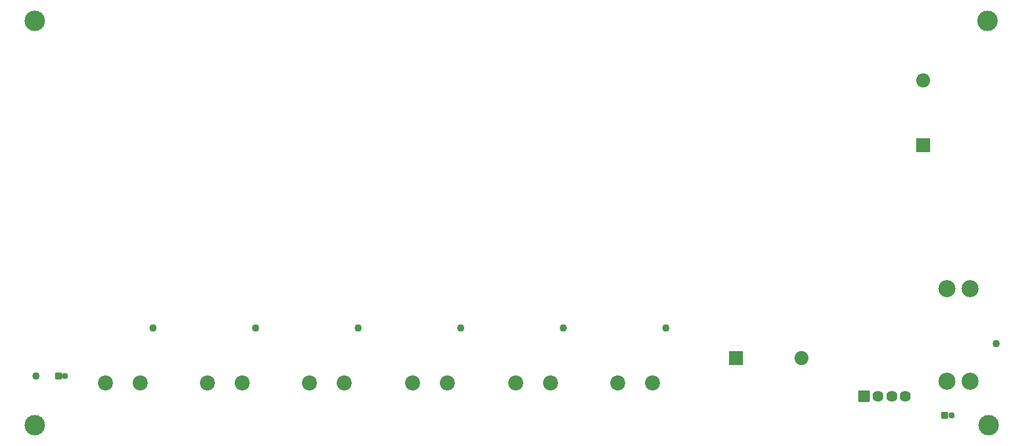
<source format=gbr>
%TF.GenerationSoftware,KiCad,Pcbnew,8.0.6*%
%TF.CreationDate,2025-03-19T11:29:43+02:00*%
%TF.ProjectId,UPD_PCB,5550445f-5043-4422-9e6b-696361645f70,1.1*%
%TF.SameCoordinates,Original*%
%TF.FileFunction,Soldermask,Bot*%
%TF.FilePolarity,Negative*%
%FSLAX46Y46*%
G04 Gerber Fmt 4.6, Leading zero omitted, Abs format (unit mm)*
G04 Created by KiCad (PCBNEW 8.0.6) date 2025-03-19 11:29:43*
%MOMM*%
%LPD*%
G01*
G04 APERTURE LIST*
G04 Aperture macros list*
%AMRoundRect*
0 Rectangle with rounded corners*
0 $1 Rounding radius*
0 $2 $3 $4 $5 $6 $7 $8 $9 X,Y pos of 4 corners*
0 Add a 4 corners polygon primitive as box body*
4,1,4,$2,$3,$4,$5,$6,$7,$8,$9,$2,$3,0*
0 Add four circle primitives for the rounded corners*
1,1,$1+$1,$2,$3*
1,1,$1+$1,$4,$5*
1,1,$1+$1,$6,$7*
1,1,$1+$1,$8,$9*
0 Add four rect primitives between the rounded corners*
20,1,$1+$1,$2,$3,$4,$5,0*
20,1,$1+$1,$4,$5,$6,$7,0*
20,1,$1+$1,$6,$7,$8,$9,0*
20,1,$1+$1,$8,$9,$2,$3,0*%
G04 Aperture macros list end*
%ADD10C,2.200000*%
%ADD11C,3.000000*%
%ADD12C,1.100000*%
%ADD13C,2.050000*%
%ADD14RoundRect,0.050000X0.975000X-0.975000X0.975000X0.975000X-0.975000X0.975000X-0.975000X-0.975000X0*%
%ADD15RoundRect,0.050000X0.425000X-0.425000X0.425000X0.425000X-0.425000X0.425000X-0.425000X-0.425000X0*%
%ADD16O,0.950000X0.950000*%
%ADD17RoundRect,0.050000X-0.975000X-0.975000X0.975000X-0.975000X0.975000X0.975000X-0.975000X0.975000X0*%
%ADD18RoundRect,0.050000X0.762000X-0.762000X0.762000X0.762000X-0.762000X0.762000X-0.762000X-0.762000X0*%
%ADD19C,1.624000*%
%ADD20C,2.500000*%
G04 APERTURE END LIST*
D10*
%TO.C,J6*%
X128050000Y-106019999D03*
X133130000Y-106019999D03*
%TD*%
%TO.C,J5*%
X158050000Y-106020000D03*
X163130000Y-106020000D03*
%TD*%
D11*
%TO.C,REF\u002A\u002A*%
X102800000Y-53000000D03*
%TD*%
D10*
%TO.C,J4*%
X173050001Y-106020000D03*
X178130001Y-106020000D03*
%TD*%
D12*
%TO.C,TP1*%
X103000000Y-105000000D03*
%TD*%
D13*
%TO.C,J2*%
X232650000Y-61740001D03*
D14*
X232650000Y-71260001D03*
%TD*%
D15*
%TO.C,J3*%
X106250000Y-105000000D03*
D16*
X107250000Y-105000000D03*
%TD*%
D12*
%TO.C,TP7*%
X120050000Y-98020000D03*
%TD*%
%TO.C,TP2*%
X195050000Y-98020000D03*
%TD*%
D17*
%TO.C,J10*%
X205290000Y-102370000D03*
D13*
X214810000Y-102370000D03*
%TD*%
D12*
%TO.C,TP5*%
X150050000Y-98020000D03*
%TD*%
%TO.C,TP6*%
X165050000Y-98020000D03*
%TD*%
D18*
%TO.C,J11*%
X224000000Y-108000000D03*
D19*
X226000001Y-108000000D03*
X228000000Y-108000000D03*
X230000000Y-108000000D03*
%TD*%
D12*
%TO.C,TP3*%
X135050000Y-98020000D03*
%TD*%
D11*
%TO.C,REF\u002A\u002A*%
X242200000Y-112200000D03*
%TD*%
D10*
%TO.C,J7*%
X142920000Y-106020000D03*
X148000000Y-106020000D03*
%TD*%
D11*
%TO.C,REF\u002A\u002A*%
X102800000Y-112200000D03*
%TD*%
D15*
%TO.C,J12*%
X235750001Y-110750000D03*
D16*
X236750001Y-110750000D03*
%TD*%
D12*
%TO.C,TP8*%
X243250000Y-100250000D03*
%TD*%
%TO.C,TP4*%
X180050000Y-98020000D03*
%TD*%
D11*
%TO.C,REF\u002A\u002A*%
X242000000Y-53000000D03*
%TD*%
D10*
%TO.C,J8*%
X113120001Y-106020000D03*
X118200001Y-106020000D03*
%TD*%
%TO.C,J9*%
X187970000Y-106020000D03*
X193050000Y-106020000D03*
%TD*%
D20*
%TO.C,J1*%
X239500000Y-92265000D03*
X239500000Y-105735000D03*
X236100000Y-92265000D03*
X236100000Y-105735000D03*
%TD*%
M02*

</source>
